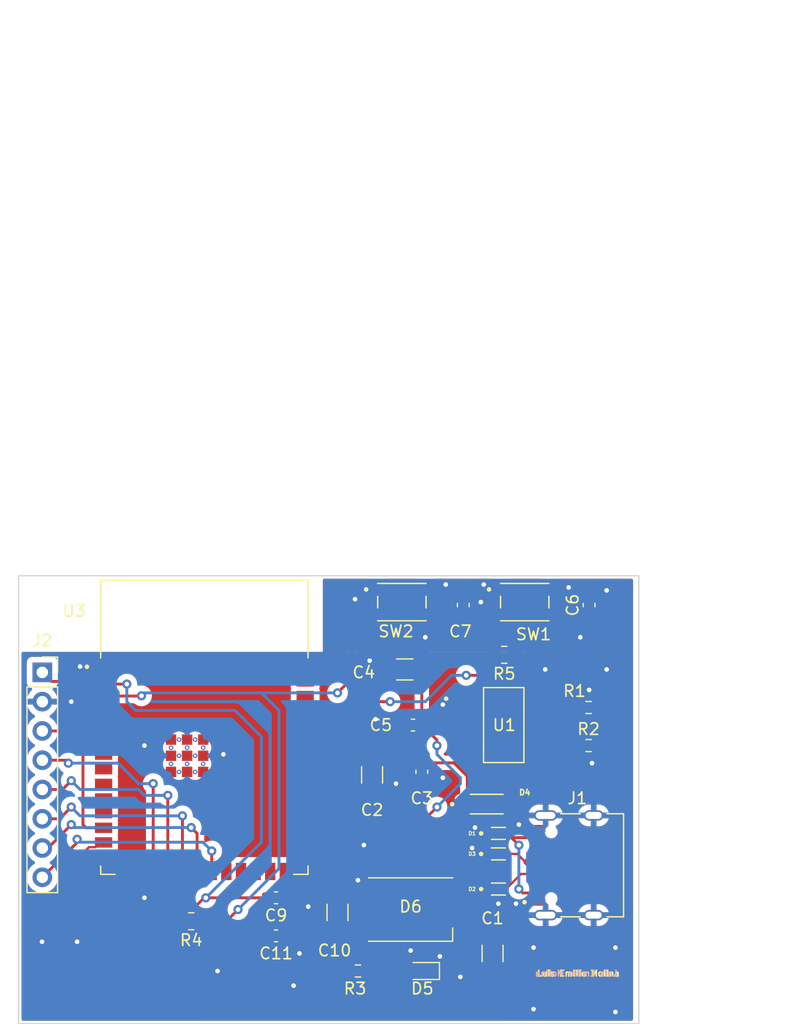
<source format=kicad_pcb>
(kicad_pcb (version 20221018) (generator pcbnew)
  (layers (0 "F.Cu" signal) (31 "B.Cu" signal) (34 "B.Paste" user) (35 "F.Paste" user) (36 "B.SilkS" user "B.Silkscreen") (37 "F.SilkS" user "F.Silkscreen") (38 "B.Mask" user) (39 "F.Mask" user) (44 "Edge.Cuts" user))
  (net 0 "")
  (net 1 "VCC_5V")
  (net 2 "GND")
  (net 3 "ESP_3V3")
  (net 4 "GPIO0")
  (net 5 "CHIP_PU")
  (net 6 "Net-(D1-Pad2)")
  (net 7 "D-")
  (net 8 "D+")
  (net 9 "Net-(D5-A)")
  (net 10 "RGB")
  (net 12 "Net-(J1-CC1)")
  (net 15 "Net-(J1-CC2)")
  (net 16 "DIN")
  (net 17 "CLK")
  (net 18 "CS")
  (net 19 "DC")
  (net 20 "RST")
  (net 21 "BL")
  (footprint "librerias kicad:XCVR_ESP32-S3-WROOM-1-N16R2" (layer "F.Cu") (at 104.267 53.286)
    (fp_text reference "U3" (at -11.303 -10.106) (layer "F.SilkS"))
    (fp_text value "ESP32-S3-WROOM-1-N16R2")
    (pad "1" smd rect (at -8.75 -5.26) (size 1.5 0.9) (layers "F.Cu" "F.Paste" "F.Mask") (net 2 "GND"))
    (pad "2" smd rect (at -8.75 -3.99) (size 1.5 0.9) (layers "F.Cu" "F.Paste" "F.Mask") (net 3 "ESP_3V3"))
    (pad "3" smd rect (at -8.75 -2.72) (size 1.5 0.9) (layers "F.Cu" "F.Paste" "F.Mask") (net 5 "CHIP_PU"))
    (pad "4" smd rect (at -8.75 -1.45) (size 1.5 0.9) (layers "F.Cu" "F.Paste" "F.Mask"))
    (pad "5" smd rect (at -8.75 -0.18) (size 1.5 0.9) (layers "F.Cu" "F.Paste" "F.Mask"))
    (pad "6" smd rect (at -8.75 1.09) (size 1.5 0.9) (layers "F.Cu" "F.Paste" "F.Mask"))
    (pad "7" smd rect (at -8.75 2.36) (size 1.5 0.9) (layers "F.Cu" "F.Paste" "F.Mask"))
    (pad "8" smd rect (at -8.75 3.63) (size 1.5 0.9) (layers "F.Cu" "F.Paste" "F.Mask"))
    (pad "9" smd rect (at -8.75 4.9) (size 1.5 0.9) (layers "F.Cu" "F.Paste" "F.Mask"))
    (pad "10" smd rect (at -8.75 6.17) (size 1.5 0.9) (layers "F.Cu" "F.Paste" "F.Mask"))
    (pad "11" smd rect (at -8.75 7.44) (size 1.5 0.9) (layers "F.Cu" "F.Paste" "F.Mask"))
    (pad "12" smd rect (at -8.75 8.71) (size 1.5 0.9) (layers "F.Cu" "F.Paste" "F.Mask") (net 16 "DIN"))
    (pad "13" smd rect (at -8.75 9.98) (size 1.5 0.9) (layers "F.Cu" "F.Paste" "F.Mask") (net 7 "D-"))
    (pad "14" smd rect (at -8.75 11.25) (size 1.5 0.9) (layers "F.Cu" "F.Paste" "F.Mask") (net 8 "D+"))
    (pad "15" smd rect (at -6.985 12.5) (size 0.9 1.5) (layers "F.Cu" "F.Paste" "F.Mask"))
    (pad "16" smd rect (at -5.715 12.5) (size 0.9 1.5) (layers "F.Cu" "F.Paste" "F.Mask"))
    (pad "17" smd rect (at -4.445 12.5) (size 0.9 1.5) (layers "F.Cu" "F.Paste" "F.Mask") (net 17 "CLK"))
    (pad "18" smd rect (at -3.175 12.5) (size 0.9 1.5) (layers "F.Cu" "F.Paste" "F.Mask") (net 18 "CS"))
    (pad "19" smd rect (at -1.905 12.5) (size 0.9 1.5) (layers "F.Cu" "F.Paste" "F.Mask") (net 19 "DC"))
    (pad "20" smd rect (at -0.635 12.5) (size 0.9 1.5) (layers "F.Cu" "F.Paste" "F.Mask") (net 20 "RST"))
    (pad "21" smd rect (at 0.635 12.5) (size 0.9 1.5) (layers "F.Cu" "F.Paste" "F.Mask") (net 21 "BL"))
    (pad "22" smd rect (at 1.905 12.5) (size 0.9 1.5) (layers "F.Cu" "F.Paste" "F.Mask"))
    (pad "23" smd rect (at 3.175 12.5) (size 0.9 1.5) (layers "F.Cu" "F.Paste" "F.Mask"))
    (pad "24" smd rect (at 4.445 12.5) (size 0.9 1.5) (layers "F.Cu" "F.Paste" "F.Mask"))
    (pad "25" smd rect (at 5.715 12.5) (size 0.9 1.5) (layers "F.Cu" "F.Paste" "F.Mask"))
    (pad "26" smd rect (at 6.985 12.5) (size 0.9 1.5) (layers "F.Cu" "F.Paste" "F.Mask"))
    (pad "27" smd rect (at 8.75 11.25) (size 1.5 0.9) (layers "F.Cu" "F.Paste" "F.Mask") (net 4 "GPIO0"))
    (pad "28" smd rect (at 8.75 9.98) (size 1.5 0.9) (layers "F.Cu" "F.Paste" "F.Mask"))
    (pad "29" smd rect (at 8.75 8.71) (size 1.5 0.9) (layers "F.Cu" "F.Paste" "F.Mask"))
    (pad "30" smd rect (at 8.75 7.44) (size 1.5 0.9) (layers "F.Cu" "F.Paste" "F.Mask"))
    (pad "31" smd rect (at 8.75 6.17) (size 1.5 0.9) (layers "F.Cu" "F.Paste" "F.Mask"))
    (pad "32" smd rect (at 8.75 4.9) (size 1.5 0.9) (layers "F.Cu" "F.Paste" "F.Mask"))
    (pad "33" smd rect (at 8.75 3.63) (size 1.5 0.9) (layers "F.Cu" "F.Paste" "F.Mask"))
    (pad "34" smd rect (at 8.75 2.36) (size 1.5 0.9) (layers "F.Cu" "F.Paste" "F.Mask"))
    (pad "35" smd rect (at 8.75 1.09) (size 1.5 0.9) (layers "F.Cu" "F.Paste" "F.Mask"))
    (pad "36" smd rect (at 8.75 -0.18) (size 1.5 0.9) (layers "F.Cu" "F.Paste" "F.Mask"))
    (pad "37" smd rect (at 8.75 -1.45) (size 1.5 0.9) (layers "F.Cu" "F.Paste" "F.Mask"))
    (pad "38" smd rect (at 8.75 -2.72) (size 1.5 0.9) (layers "F.Cu" "F.Paste" "F.Mask"))
    (pad "39" smd rect (at 8.75 -3.99) (size 1.5 0.9) (layers "F.Cu" "F.Paste" "F.Mask"))
    (pad "40" smd rect (at 8.75 -5.26) (size 1.5 0.9) (layers "F.Cu" "F.Paste" "F.Mask") (net 2 "GND"))
    (pad "41_1" smd rect (at -1.5 2.46) (size 0.9 0.9) (layers "F.Cu" "F.Paste" "F.Mask") (net 2 "GND"))
    (pad "41_2" smd rect (at -2.9 2.46) (size 0.9 0.9) (layers "F.Cu" "F.Paste" "F.Mask") (net 2 "GND"))
    (pad "41_3" smd rect (at -0.1 2.46) (size 0.9 0.9) (layers "F.Cu" "F.Paste" "F.Mask") (net 2 "GND"))
    (pad "41_4" smd rect (at -2.9 3.86) (size 0.9 0.9) (layers "F.Cu" "F.Paste" "F.Mask") (net 2 "GND"))
    (pad "41_5" smd rect (at -1.5 3.86) (size 0.9 0.9) (layers "F.Cu" "F.Paste" "F.Mask") (net 2 "GND"))
    (pad "41_6" smd rect (at -0.1 3.86) (size 0.9 0.9) (layers "F.Cu" "F.Paste" "F.Mask") (net 2 "GND"))
    (pad "41_7" smd rect (at -2.9 1.06) (size 0.9 0.9) (layers "F.Cu" "F.Paste" "F.Mask") (net 2 "GND"))
    (pad "41_8" smd rect (at -1.5 1.06) (size 0.9 0.9) (layers "F.Cu" "F.Paste" "F.Mask") (net 2 "GND"))
    (pad "41_9" smd rect (at -0.1 1.06) (size 0.9 0.9) (layers "F.Cu" "F.Paste" "F.Mask") (net 2 "GND"))
    (pad "41_10" thru_hole circle (at -1.5 1.76) (size 0.4 0.4) (drill 0.2) (layers "*.Cu"))
    (pad "41_11" thru_hole circle (at -2.9 1.76) (size 0.4 0.4) (drill 0.2) (layers "*.Cu"))
    (pad "41_12" thru_hole circle (at -0.1 1.76) (size 0.4 0.4) (drill 0.2) (layers "*.Cu"))
    (pad "41_13" thru_hole circle (at -2.9 3.16) (size 0.4 0.4) (drill 0.2) (layers "*.Cu"))
    (pad "41_14" thru_hole circle (at -1.5 3.16) (size 0.4 0.4) (drill 0.2) (layers "*.Cu"))
    (pad "41_15" thru_hole circle (at -0.1 3.16) (size 0.4 0.4) (drill 0.2) (layers "*.Cu"))
    (pad "41_16" thru_hole circle (at -2.2 1.06) (size 0.4 0.4) (drill 0.2) (layers "*.Cu"))
    (pad "41_17" thru_hole circle (at -0.8 1.06) (size 0.4 0.4) (drill 0.2) (layers "*.Cu"))
    (pad "41_18" thru_hole circle (at -2.2 2.46) (size 0.4 0.4) (drill 0.2) (layers "*.Cu"))
    (pad "41_19" thru_hole circle (at -0.8 2.46) (size 0.4 0.4) (drill 0.2) (layers "*.Cu"))
    (pad "41_20" thru_hole circle (at -2.2 3.86) (size 0.4 0.4) (drill 0.2) (layers "*.Cu"))
    (pad "41_21" thru_hole circle (at -0.8 3.86) (size 0.4 0.4) (drill 0.2) (layers "*.Cu"))
    (zone (net 0) (net_name "") (layer "F.Cu") (connect_pads (clearance 0)) (min_thickness 0.01)
      (keepout (tracks not_allowed) (vias not_allowed) (pads not_allowed) (copperpour not_allowed) (footprints allowed))
      (fill (thermal_gap 0.508) (thermal_bridge_width 0.508))
      (polygon (pts (xy 95.267 40.536) (xy 113.267 40.536) (xy 113.267 46.536) (xy 95.267 46.536)))
    )
    (zone (net 0) (net_name "") (layer "B.Cu") (connect_pads (clearance 0)) (min_thickness 0.01)
      (keepout (tracks not_allowed) (vias not_allowed) (pads not_allowed) (copperpour not_allowed) (footprints allowed))
      (fill (thermal_gap 0.508) (thermal_bridge_width 0.508))
      (polygon (pts (xy 95.267 40.536) (xy 113.267 40.536) (xy 113.267 46.536) (xy 95.267 46.536)))
    )
  )
  (footprint "Capacitor_SMD:C_0603_1608Metric" (layer "F.Cu") (at 110.49 68.072)
    (fp_text reference "C9" (at 0 1.524) (layer "F.SilkS"))
    (fp_text value "0u1F")
    (pad "1" smd roundrect (at -0.775 0) (size 0.9 0.95) (layers "F.Cu" "F.Paste" "F.Mask") (net 3 "ESP_3V3"))
    (pad "2" smd roundrect (at 0.775 0) (size 0.9 0.95) (layers "F.Cu" "F.Paste" "F.Mask") (net 2 "GND"))
  )
  (footprint "Capacitor_SMD:C_0603_1608Metric" (layer "F.Cu") (at 123.1445 57.137 -90)
    (fp_text reference "C3" (at 2.299 0 -180) (layer "F.SilkS"))
    (fp_text value "0u1F")
    (pad "1" smd roundrect (at -0.775 0 270) (size 0.9 0.95) (layers "F.Cu" "F.Paste" "F.Mask") (net 1 "VCC_5V"))
    (pad "2" smd roundrect (at 0.775 0 270) (size 0.9 0.95) (layers "F.Cu" "F.Paste" "F.Mask") (net 2 "GND"))
  )
  (footprint "LED_SMD:LED_0603_1608Metric" (layer "F.Cu") (at 123.19 74.422 180)
    (fp_text reference "D5" (at 0 -1.524) (layer "F.SilkS"))
    (fp_text value "PWRLED")
    (pad "1" smd roundrect (at -0.7875 0 180) (size 0.875 0.95) (layers "F.Cu" "F.Paste" "F.Mask") (net 2 "GND"))
    (pad "2" smd roundrect (at 0.7875 0 180) (size 0.875 0.95) (layers "F.Cu" "F.Paste" "F.Mask") (net 9 "Net-(D5-A)"))
  )
  (footprint "Resistor_SMD:R_0603_1608Metric" (layer "F.Cu") (at 137.6225 51.562)
    (fp_text reference "R1" (at -1.2245 -1.43) (layer "F.SilkS"))
    (fp_text value "5k1")
    (pad "1" smd roundrect (at -0.825 0) (size 0.8 0.95) (layers "F.Cu" "F.Paste" "F.Mask") (net 12 "Net-(J1-CC1)"))
    (pad "2" smd roundrect (at 0.825 0) (size 0.8 0.95) (layers "F.Cu" "F.Paste" "F.Mask") (net 2 "GND"))
  )
  (footprint "Capacitor_SMD:C_0603_1608Metric" (layer "F.Cu") (at 126.746 42.672 90)
    (fp_text reference "C7" (at -2.286 -0.254 180) (layer "F.SilkS"))
    (fp_text value "0u1F")
    (pad "1" smd roundrect (at -0.775 0 90) (size 0.9 0.95) (layers "F.Cu" "F.Paste" "F.Mask") (net 5 "CHIP_PU"))
    (pad "2" smd roundrect (at 0.775 0 90) (size 0.9 0.95) (layers "F.Cu" "F.Paste" "F.Mask") (net 2 "GND"))
  )
  (footprint "Resistor_SMD:R_0805_2012Metric" (layer "F.Cu") (at 130.302 46.99 180)
    (fp_text reference "R5" (at 0 -1.65) (layer "F.SilkS"))
    (fp_text value "10k")
    (pad "1" smd roundrect (at -0.9125 0 180) (size 1.025 1.4) (layers "F.Cu" "F.Paste" "F.Mask") (roundrect_rratio 0.243902439) (net 4 "GPIO0"))
    (pad "2" smd roundrect (at 0.9125 0 180) (size 1.025 1.4) (layers "F.Cu" "F.Paste" "F.Mask") (roundrect_rratio 0.243902439) (net 3 "ESP_3V3"))
  )
  (footprint "Capacitor_SMD:C_0603_1608Metric" (layer "F.Cu") (at 137.668 42.672 90)
    (fp_text reference "C6" (at 0 -1.43 90) (layer "F.SilkS"))
    (fp_text value "0u1F")
    (pad "1" smd roundrect (at -0.775 0 90) (size 0.9 0.95) (layers "F.Cu" "F.Paste" "F.Mask") (net 4 "GPIO0"))
    (pad "2" smd roundrect (at 0.775 0 90) (size 0.9 0.95) (layers "F.Cu" "F.Paste" "F.Mask") (net 2 "GND"))
  )
  (footprint "librerias kicad:HRO_TYPE-C-31-M-12" (layer "F.Cu") (at 138.0605 65.25 90)
    (fp_text reference "J1" (at 5.814 -1.4085 180) (layer "F.SilkS"))
    (fp_text value "TYPE-C-31-M-12")
    (pad "" np_thru_hole circle (at -2.89 -3.68 90) (size 0.6 0.6) (drill 0.6) (layers "*.Cu" "*.Mask"))
    (pad "" np_thru_hole circle (at 2.89 -3.68 90) (size 0.6 0.6) (drill 0.6) (layers "*.Cu" "*.Mask"))
    (pad "A1_B12" smd rect (at -3.2 -4.75 90) (size 0.6 1.14) (layers "F.Cu" "F.Paste") (net 2 "GND"))
    (pad "A4_B9" smd rect (at -2.4 -4.75 90) (size 0.6 1.14) (layers "F.Cu" "F.Paste") (net 6 "Net-(D1-Pad2)"))
    (pad "A5" smd rect (at -1.25 -4.75 90) (size 0.3 1.14) (layers "F.Cu" "F.Paste") (net 12 "Net-(J1-CC1)"))
    (pad "A6" smd rect (at -0.25 -4.75 90) (size 0.3 1.14) (layers "F.Cu" "F.Paste") (net 8 "D+"))
    (pad "A7" smd rect (at 0.25 -4.75 90) (size 0.3 1.14) (layers "F.Cu" "F.Paste") (net 7 "D-"))
    (pad "A8" smd rect (at 1.25 -4.75 90) (size 0.3 1.14) (layers "F.Cu" "F.Paste"))
    (pad "B1_A12" smd rect (at 3.2 -4.75 90) (size 0.6 1.14) (layers "F.Cu" "F.Paste") (net 2 "GND"))
    (pad "B4_A9" smd rect (at 2.4 -4.75 90) (size 0.6 1.14) (layers "F.Cu" "F.Paste") (net 6 "Net-(D1-Pad2)"))
    (pad "B5" smd rect (at 1.75 -4.75 90) (size 0.3 1.14) (layers "F.Cu" "F.Paste") (net 15 "Net-(J1-CC2)"))
    (pad "B6" smd rect (at 0.75 -4.75 90) (size 0.3 1.14) (layers "F.Cu" "F.Paste") (net 8 "D+"))
    (pad "B7" smd rect (at -0.75 -4.75 90) (size 0.3 1.14) (layers "F.Cu" "F.Paste") (net 7 "D-"))
    (pad "B8" smd rect (at -1.75 -4.75 90) (size 0.3 1.14) (layers "F.Cu" "F.Paste"))
    (pad "S1" thru_hole oval (at -4.325 -4.17 90) (size 0.9 2) (drill oval 0.6 1.7) (layers "*.Cu" "*.Mask") (net 2 "GND"))
    (pad "S2" thru_hole oval (at 4.325 -4.17 90) (size 0.9 2) (drill oval 0.6 1.7) (layers "*.Cu" "*.Mask") (net 2 "GND"))
    (pad "S3" thru_hole oval (at -4.325 0 90) (size 0.9 1.7) (drill oval 0.6 1.4) (layers "*.Cu" "*.Mask") (net 2 "GND"))
    (pad "S4" thru_hole oval (at 4.325 0 90) (size 0.9 1.7) (drill oval 0.6 1.4) (layers "*.Cu" "*.Mask") (net 2 "GND"))
  )
  (footprint "Capacitor_SMD:C_1206_3216Metric" (layer "F.Cu") (at 115.824 69.342 90)
    (fp_text reference "C10" (at -3.302 -0.254) (layer "F.SilkS"))
    (fp_text value "10uF")
    (pad "1" smd roundrect (at -1.475 0 90) (size 1.15 1.8) (layers "F.Cu" "F.Paste" "F.Mask") (roundrect_rratio 0.2173913043) (net 3 "ESP_3V3"))
    (pad "2" smd roundrect (at 1.475 0 90) (size 1.15 1.8) (layers "F.Cu" "F.Paste" "F.Mask") (roundrect_rratio 0.2173913043) (net 2 "GND"))
  )
  (footprint "Capacitor_SMD:C_0603_1608Metric" (layer "F.Cu") (at 122.3825 53.086 180)
    (fp_text reference "C5" (at 2.794 0) (layer "F.SilkS"))
    (fp_text value "0u1F")
    (pad "1" smd roundrect (at -0.775 0 180) (size 0.9 0.95) (layers "F.Cu" "F.Paste" "F.Mask") (net 3 "ESP_3V3"))
    (pad "2" smd roundrect (at 0.775 0 180) (size 0.9 0.95) (layers "F.Cu" "F.Paste" "F.Mask") (net 2 "GND"))
  )
  (footprint "librerias kicad:SW_PTS810_SJM_250_SMTR_LFS" (layer "F.Cu") (at 121.412 42.418)
    (fp_text reference "SW2" (at -0.508 2.54) (layer "F.SilkS"))
    (fp_text value "PTS810_SJM_250_SMTR_LFS")
    (pad "1" smd rect (at -2.075 -1.075) (size 1.05 0.65) (layers "F.Cu" "F.Paste" "F.Mask") (net 2 "GND"))
    (pad "2" smd rect (at 2.075 -1.075) (size 1.05 0.65) (layers "F.Cu" "F.Paste" "F.Mask") (net 2 "GND"))
    (pad "3" smd rect (at -2.075 1.075) (size 1.05 0.65) (layers "F.Cu" "F.Paste" "F.Mask") (net 5 "CHIP_PU"))
    (pad "4" smd rect (at 2.075 1.075) (size 1.05 0.65) (layers "F.Cu" "F.Paste" "F.Mask") (net 5 "CHIP_PU"))
  )
  (footprint "Capacitor_SMD:C_1206_3216Metric" (layer "F.Cu") (at 129.286 72.898 -90)
    (fp_text reference "C1" (at -3.048 0 -180) (layer "F.SilkS"))
    (fp_text value "10uF")
    (pad "1" smd roundrect (at -1.475 0 270) (size 1.15 1.8) (layers "F.Cu" "F.Paste" "F.Mask") (roundrect_rratio 0.2173913043) (net 1 "VCC_5V"))
    (pad "2" smd roundrect (at 1.475 0 270) (size 1.15 1.8) (layers "F.Cu" "F.Paste" "F.Mask") (roundrect_rratio 0.2173913043) (net 2 "GND"))
  )
  (footprint "librerias kicad:SOT229P700X180-4N" (layer "F.Cu") (at 130.2565 53.086)
    (fp_text reference "U1" (at 0.0455 0) (layer "F.SilkS"))
    (fp_text value "AMS1117-3.3")
    (pad "1" smd roundrect (at -3.345 -2.29) (size 1.31 0.93) (layers "F.Cu" "F.Paste" "F.Mask") (roundrect_rratio 0.075) (net 2 "GND"))
    (pad "2" smd roundrect (at -3.345 0) (size 1.31 0.93) (layers "F.Cu" "F.Paste" "F.Mask") (roundrect_rratio 0.075) (net 3 "ESP_3V3"))
    (pad "3" smd roundrect (at -3.345 2.29) (size 1.31 0.93) (layers "F.Cu" "F.Paste" "F.Mask") (roundrect_rratio 0.075) (net 1 "VCC_5V"))
    (pad "4" smd roundrect (at 3.345 0) (size 1.31 3.24) (layers "F.Cu" "F.Paste" "F.Mask") (roundrect_rratio 0.075))
  )
  (footprint "LED_SMD:LED_SK6812_PLCC4_5.0x5.0mm_P3.2mm" (layer "F.Cu") (at 122.174 69.088)
    (fp_text reference "D6" (at 0 -0.254) (layer "F.SilkS"))
    (fp_text value "SK6812")
    (pad "1" smd rect (at 2.45 1.6) (size 1.5 1) (layers "F.Cu" "F.Paste" "F.Mask") (net 2 "GND"))
    (pad "2" smd rect (at 2.45 -1.6) (size 1.5 1) (layers "F.Cu" "F.Paste" "F.Mask") (net 10 "RGB"))
    (pad "3" smd rect (at -2.45 -1.6) (size 1.5 1) (layers "F.Cu" "F.Paste" "F.Mask") (net 3 "ESP_3V3"))
    (pad "4" smd rect (at -2.45 1.6) (size 1.5 1) (layers "F.Cu" "F.Paste" "F.Mask"))
  )
  (footprint "librerias kicad:SOD3715X145N" (layer "F.Cu") (at 128.778 59.944)
    (fp_text reference "D4" (at 3.302 -1.016) (layer "F.SilkS") (effects (font (size 0.4808 0.4808))))
    (fp_text value "1N5819HW-7-F")
    (pad "A" smd rect (at 1.68 0) (size 1.21 0.73) (layers "F.Cu" "F.Paste" "F.Mask") (net 6 "Net-(D1-Pad2)"))
    (pad "C" smd rect (at -1.68 0) (size 1.21 0.73) (layers "F.Cu" "F.Paste" "F.Mask") (net 1 "VCC_5V"))
  )
  (footprint "Capacitor_SMD:C_1206_3216Metric" (layer "F.Cu") (at 118.8265 57.404 -90)
    (fp_text reference "C2" (at 3.048 0) (layer "F.SilkS"))
    (fp_text value "10uF")
    (pad "1" smd roundrect (at -1.475 0 270) (size 1.15 1.8) (layers "F.Cu" "F.Paste" "F.Mask") (roundrect_rratio 0.2173913043) (net 1 "VCC_5V"))
    (pad "2" smd roundrect (at 1.475 0 270) (size 1.15 1.8) (layers "F.Cu" "F.Paste" "F.Mask") (roundrect_rratio 0.2173913043) (net 2 "GND"))
  )
  (footprint "Connector_PinSocket_2.54mm:PinSocket_1x08_P2.54mm_Vertical" (layer "F.Cu") (at 90.195 48.514)
    (fp_text reference "J2" (at 0 -2.77) (layer "F.SilkS"))
    (fp_text value "TFTLCDS2")
    (pad "1" thru_hole rect (at 0 0) (size 1.7 1.7) (drill 1) (layers "*.Cu" "*.Mask") (net 3 "ESP_3V3"))
    (pad "2" thru_hole oval (at 0 2.54) (size 1.7 1.7) (drill 1) (layers "*.Cu" "*.Mask") (net 2 "GND"))
    (pad "3" thru_hole oval (at 0 5.08) (size 1.7 1.7) (drill 1) (layers "*.Cu" "*.Mask") (net 16 "DIN"))
    (pad "4" thru_hole oval (at 0 7.62) (size 1.7 1.7) (drill 1) (layers "*.Cu" "*.Mask") (net 17 "CLK"))
    (pad "5" thru_hole oval (at 0 10.16) (size 1.7 1.7) (drill 1) (layers "*.Cu" "*.Mask") (net 18 "CS"))
    (pad "6" thru_hole oval (at 0 12.7) (size 1.7 1.7) (drill 1) (layers "*.Cu" "*.Mask") (net 19 "DC"))
    (pad "7" thru_hole oval (at 0 15.24) (size 1.7 1.7) (drill 1) (layers "*.Cu" "*.Mask") (net 20 "RST"))
    (pad "8" thru_hole oval (at 0 17.78) (size 1.7 1.7) (drill 1) (layers "*.Cu" "*.Mask") (net 21 "BL"))
  )
  (footprint "librerias kicad:SW_PTS810_SJM_250_SMTR_LFS" (layer "F.Cu") (at 132.08 42.418)
    (fp_text reference "SW1" (at 0.762 2.794) (layer "F.SilkS"))
    (fp_text value "PTS810_SJM_250_SMTR_LFS")
    (pad "1" smd rect (at -2.075 -1.075) (size 1.05 0.65) (layers "F.Cu" "F.Paste" "F.Mask") (net 2 "GND"))
    (pad "2" smd rect (at 2.075 -1.075) (size 1.05 0.65) (layers "F.Cu" "F.Paste" "F.Mask") (net 2 "GND"))
    (pad "3" smd rect (at -2.075 1.075) (size 1.05 0.65) (layers "F.Cu" "F.Paste" "F.Mask") (net 4 "GPIO0"))
    (pad "4" smd rect (at 2.075 1.075) (size 1.05 0.65) (layers "F.Cu" "F.Paste" "F.Mask") (net 4 "GPIO0"))
  )
  (footprint "Capacitor_SMD:C_1206_3216Metric" (layer "F.Cu") (at 121.666 48.26 180)
    (fp_text reference "C4" (at 3.556 -0.254 180) (layer "F.SilkS"))
    (fp_text value "10uF")
    (pad "1" smd roundrect (at -1.475 0 180) (size 1.15 1.8) (layers "F.Cu" "F.Paste" "F.Mask") (roundrect_rratio 0.2173913043) (net 3 "ESP_3V3"))
    (pad "2" smd roundrect (at 1.475 0 180) (size 1.15 1.8) (layers "F.Cu" "F.Paste" "F.Mask") (roundrect_rratio 0.2173913043) (net 2 "GND"))
  )
  (footprint "Capacitor_SMD:C_0603_1608Metric" (layer "F.Cu") (at 110.49 71.374)
    (fp_text reference "C11" (at 0 1.524) (layer "F.SilkS"))
    (fp_text value "1uF")
    (pad "1" smd roundrect (at -0.775 0) (size 0.9 0.95) (layers "F.Cu" "F.Paste" "F.Mask") (net 5 "CHIP_PU"))
    (pad "2" smd roundrect (at 0.775 0) (size 0.9 0.95) (layers "F.Cu" "F.Paste" "F.Mask") (net 2 "GND"))
  )
  (footprint "librerias kicad:TVS_LESD5D5.0CT1G" (layer "F.Cu") (at 129.794 62.484)
    (fp_text reference "D1" (at -2.286 0) (layer "F.SilkS") (effects (font (size 0.32 0.32))))
    (fp_text value "LESD5D5.0CT1G")
    (pad "1" smd rect (at -0.66 0) (size 0.48 0.4) (layers "F.Cu" "F.Paste" "F.Mask") (net 2 "GND"))
    (pad "2" smd rect (at 0.66 0) (size 0.48 0.4) (layers "F.Cu" "F.Paste" "F.Mask") (net 6 "Net-(D1-Pad2)"))
  )
  (footprint "librerias kicad:TVS_LESD5D5.0CT1G" (layer "F.Cu") (at 129.794 64.262)
    (fp_text reference "D3" (at -2.286 0) (layer "F.SilkS") (effects (font (size 0.32 0.32))))
    (fp_text value "LESD5D5.0CT1G")
    (pad "1" smd rect (at -0.66 0) (size 0.48 0.4) (layers "F.Cu" "F.Paste" "F.Mask") (net 2 "GND"))
    (pad "2" smd rect (at 0.66 0) (size 0.48 0.4) (layers "F.Cu" "F.Paste" "F.Mask") (net 8 "D+"))
  )
  (footprint "librerias kicad:TVS_LESD5D5.0CT1G" (layer "F.Cu") (at 129.794 67.31)
    (fp_text reference "D2" (at -2.286 0) (layer "F.SilkS") (effects (font (size 0.32 0.32) (thickness 0.08))))
    (fp_text value "LESD5D5.0CT1G")
    (pad "1" smd rect (at -0.66 0) (size 0.48 0.4) (layers "F.Cu" "F.Paste" "F.Mask") (net 2 "GND"))
    (pad "2" smd rect (at 0.66 0) (size 0.48 0.4) (layers "F.Cu" "F.Paste" "F.Mask") (net 7 "D-"))
  )
  (footprint "Resistor_SMD:R_0805_2012Metric" (layer "F.Cu") (at 103.124 70.104 180)
    (fp_text reference "R4" (at 0 -1.65) (layer "F.SilkS"))
    (fp_text value "10k")
    (pad "1" smd roundrect (at -0.9125 0 180) (size 1.025 1.4) (layers "F.Cu" "F.Paste" "F.Mask") (roundrect_rratio 0.243902439) (net 5 "CHIP_PU"))
    (pad "2" smd roundrect (at 0.9125 0 180) (size 1.025 1.4) (layers "F.Cu" "F.Paste" "F.Mask") (roundrect_rratio 0.243902439) (net 3 "ESP_3V3"))
  )
  (footprint "Resistor_SMD:R_0603_1608Metric" (layer "F.Cu") (at 117.602 74.422)
    (fp_text reference "R3" (at -0.254 1.524) (layer "F.SilkS"))
    (fp_text value "75")
    (pad "1" smd roundrect (at -0.825 0) (size 0.8 0.95) (layers "F.Cu" "F.Paste" "F.Mask") (net 3 "ESP_3V3"))
    (pad "2" smd roundrect (at 0.825 0) (size 0.8 0.95) (layers "F.Cu" "F.Paste" "F.Mask") (net 9 "Net-(D5-A)"))
  )
  (footprint "Resistor_SMD:R_0603_1608Metric" (layer "F.Cu") (at 137.6225 54.864)
    (fp_text reference "R2" (at 0 -1.43) (layer "F.SilkS"))
    (fp_text value "5k1")
    (pad "1" smd roundrect (at -0.825 0) (size 0.8 0.95) (layers "F.Cu" "F.Paste" "F.Mask") (net 15 "Net-(J1-CC2)"))
    (pad "2" smd roundrect (at 0.825 0) (size 0.8 0.95) (layers "F.Cu" "F.Paste" "F.Mask") (net 2 "GND"))
  )
  (gr_line (start 141.986 40.132) (end 141.986 78.994) (stroke (width 0.1)) (layer "Edge.Cuts"))
  (gr_line (start 88.138 40.132) (end 141.986 40.132) (stroke (width 0.1)) (layer "Edge.Cuts"))
  (gr_line (start 88.138 78.994) (end 88.138 40.132) (stroke (width 0.1)) (layer "Edge.Cuts"))
  (gr_line (start 141.986 78.994) (end 88.138 78.994) (stroke (width 0.1)) (layer "Edge.Cuts"))
  (gr_text "Luis Emilio Molina" (at 140.208 74.93) (layer "B.SilkS") (effects (font (size 0.5094 0.5094) (thickness 0.12735) bold) (justify left bottom mirror)))
  (gr_text "Luis Emilio Molina" (at 133.096 74.93) (layer "F.SilkS") (effects (font (size 0.5094 0.5094) (thickness 0.12735) bold) (justify left bottom)))
  (segment (start 122.7115 55.929) (end 123.1445 56.362) (width 0.25) (layer "F.Cu") (net 1))
  (segment (start 118.8265 55.929) (end 122.7115 55.929) (width 0.25) (layer "F.Cu") (net 1))
  (segment (start 125.995993 69.032993) (end 125.995993 61.046007) (width 0.25) (layer "F.Cu") (net 1))
  (segment (start 123.1445 56.362) (end 125.9255 56.362) (width 0.25) (layer "F.Cu") (net 1))
  (segment (start 128.386 71.423) (end 125.995993 69.032993) (width 0.25) (layer "F.Cu") (net 1))
  (segment (start 127.098 57.5345) (end 125.9255 56.362) (width 0.25) (layer "F.Cu") (net 1))
  (segment (start 127.098 59.944) (end 127.098 57.5345) (width 0.25) (layer "F.Cu") (net 1))
  (segment (start 129.286 71.423) (end 128.386 71.423) (width 0.25) (layer "F.Cu") (net 1))
  (segment (start 125.995993 61.046007) (end 127.098 59.944) (width 0.25) (layer "F.Cu") (net 1))
  (segment (start 125.9255 56.362) (end 126.9115 55.376) (width 0.25) (layer "F.Cu") (net 1))
  (segment (start 111.265 71.641) (end 112.522 72.898) (width 0.25) (layer "F.Cu") (net 2))
  (segment (start 138.697 41.897) (end 139.192 41.402) (width 0.25) (layer "F.Cu") (net 2))
  (segment (start 99.942 55.746) (end 99.06 54.864) (width 0.25) (layer "F.Cu") (net 2))
  (segment (start 133.3105 68.45) (end 131.448 68.45) (width 0.25) (layer "F.Cu") (net 2))
  (segment (start 128.524 40.894) (end 128.973 41.343) (width 0.25) (layer "F.Cu") (net 2))
  (segment (start 124.624 70.688) (end 124.13 70.688) (width 0.25) (layer "F.Cu") (net 2))
  (segment (start 124.714 57.912) (end 124.968 57.658) (width 0.25) (layer "F.Cu") (net 2))
  (segment (start 123.487 41.343) (end 124.773 41.343) (width 0.25) (layer "F.Cu") (net 2))
  (segment (start 123.1445 57.912) (end 124.714 57.912) (width 0.25) (layer "F.Cu") (net 2))
  (segment (start 124.773 41.343) (end 125.222 40.894) (width 0.25) (layer "F.Cu") (net 2))
  (segment (start 119.38 48.26) (end 118.618 47.498) (width 0.25) (layer "F.Cu") (net 2))
  (segment (start 131.9 62.05) (end 131.572 61.722) (width 0.25) (layer "F.Cu") (net 2))
  (segment (start 121.6075 53.086) (end 119.634 53.086) (width 0.25) (layer "F.Cu") (net 2))
  (segment (start 95.517 48.026) (end 113.017 48.026) (width 0.25) (layer "F.Cu") (net 2))
  (segment (start 111.265 71.374) (end 111.265 71.641) (width 0.25) (layer "F.Cu") (net 2))
  (segment (start 129.134 67.31) (end 129.134 67.92) (width 0.25) (layer "F.Cu") (net 2))
  (segment (start 119.634 53.086) (end 119.126 52.578) (width 0.25) (layer "F.Cu") (net 2))
  (segment (start 123.9775 73.8885) (end 124.714 73.152) (width 0.25) (layer "F.Cu") (net 2))
  (segment (start 104.167 55.746) (end 105.798 55.746) (width 0.25) (layer "F.Cu") (net 2))
  (segment (start 128.27 62.484) (end 127.762 61.976) (width 0.25) (layer "F.Cu") (net 2))
  (segment (start 138.4475 54.864) (end 138.4475 55.8625) (width 0.25) (layer "F.Cu") (net 2))
  (segment (start 120.191 48.26) (end 119.38 48.26) (width 0.25) (layer "F.Cu") (net 2))
  (segment (start 126.9115 50.796) (end 125.48 50.796) (width 0.25) (layer "F.Cu") (net 2))
  (segment (start 119.337 41.343) (end 118.169 41.343) (width 0.25) (layer "F.Cu") (net 2))
  (segment (start 129.134 64.262) (end 128.016 64.262) (width 0.25) (layer "F.Cu") (net 2))
  (segment (start 137.668 41.897) (end 138.697 41.897) (width 0.25) (layer "F.Cu") (net 2))
  (segment (start 129.286 74.373) (end 127.049 74.373) (width 0.25) (layer "F.Cu") (net 2))
  (segment (start 137.668 50.038) (end 138.4475 50.8175) (width 0.25) (layer "F.Cu") (net 2))
  (segment (start 127.049 74.373) (end 126.492 74.93) (width 0.25) (layer "F.Cu") (net 2))
  (segment (start 116.283 67.867) (end 117.602 66.548) (width 0.25) (layer "F.Cu") (net 2))
  (segment (start 135.695 41.343) (end 135.89 41.148) (width 0.25) (layer "F.Cu") (net 2))
  (segment (start 111.265 68.072) (end 112.522 68.072) (width 0.25) (layer "F.Cu") (net 2))
  (segment (start 129.134 67.92) (end 129.794 68.58) (width 0.25) (layer "F.Cu") (net 2))
  (segment (start 105.798 55.746) (end 105.918 55.626) (width 0.25) (layer "F.Cu") (net 2))
  (segment (start 101.367 55.746) (end 99.942 55.746) (width 0.25) (layer "F.Cu") (net 2))
  (segment (start 128.016 64.262) (end 127.508 63.754) (width 0.25) (layer "F.Cu") (net 2))
  (segment (start 133.3105 62.05) (end 131.9 62.05) (width 0.25) (layer "F.Cu") (net 2))
  (segment (start 118.169 41.343) (end 117.348 42.164) (width 0.25) (layer "F.Cu") (net 2))
  (segment (start 120.191 58.879) (end 120.904 58.166) (width 0.25) (layer "F.Cu") (net 2))
  (segment (start 112.522 68.072) (end 113.284 68.834) (width 0.25) (layer "F.Cu") (net 2))
  (segment (start 118.8265 58.879) (end 120.191 58.879) (width 0.25) (layer "F.Cu") (net 2))
  (segment (start 128.973 41.343) (end 130.005 41.343) (width 0.25) (layer "F.Cu") (net 2))
  (segment (start 123.9775 74.422) (end 123.9775 73.8885) (width 0.25) (layer "F.Cu") (net 2))
  (segment (start 129.134 62.484) (end 128.27 62.484) (width 0.25) (layer "F.Cu") (net 2))
  (segment (start 134.155 41.343) (end 135.695 41.343) (width 0.25) (layer "F.Cu") (net 2))
  (segment (start 115.824 67.867) (end 116.283 67.867) (width 0.25) (layer "F.Cu") (net 2))
  (segment (start 128.27 42.418) (end 127.749 41.897) (width 0.25) (layer "F.Cu") (net 2))
  (segment (start 95.497 48.006) (end 95.517 48.026) (width 0.25) (layer "F.Cu") (net 2))
  (segment (start 138.4475 50.8175) (end 138.4475 51.562) (width 0.25) (layer "F.Cu") (net 2))
  (segment (start 124.13 70.688) (end 122.174 72.644) (width 0.25) (layer "F.Cu") (net 2))
  (segment (start 125.48 50.796) (end 124.968 51.308) (width 0.25) (layer "F.Cu") (net 2))
  (segment (start 127.749 41.897) (end 126.746 41.897) (width 0.25) (layer "F.Cu") (net 2))
  (segment (start 93.472 48.006) (end 95.497 48.006) (width 0.25) (layer "F.Cu") (net 2))
  (segment (start 90.195 51.054) (end 92.71 51.054) (width 0.25) (layer "F.Cu") (net 2))
  (segment (start 138.4475 55.8625) (end 137.922 56.388) (width 0.25) (layer "F.Cu") (net 2))
  (segment (start 131.448 68.45) (end 131.318 68.58) (width 0.25) (layer "F.Cu") (net 2))
  (via (at 119.126 52.578) (size 0.8) (drill 0.4) (layers "F.Cu" "B.Cu") (net 2))
  (via (at 139.192 48.26) (size 0.8) (drill 0.4) (layers "F.Cu" "B.Cu") (net 2))
  (via (at 129.794 68.58) (size 0.8) (drill 0.4) (layers "F.Cu" "B.Cu") (net 2))
  (via (at 99.06 68.072) (size 0.8) (drill 0.4) (layers "F.Cu" "B.Cu") (net 2))
  (via (at 105.918 55.626) (size 0.8) (drill 0.4) (layers "F.Cu" "B.Cu") (net 2))
  (via (at 132.842 77.724) (size 0.8) (drill 0.4) (layers "F.Cu" "B.Cu") (net 2))
  (via (at 137.668 50.038) (size 0.8) (drill 0.4) (layers "F.Cu" "B.Cu") (net 2))
  (via (at 112.014 75.692) (size 0.8) (drill 0.4) (layers "F.Cu" "B.Cu") (net 2))
  (via (at 133.858 48.26) (size 0.8) (drill 0.4) (layers "F.Cu" "B.Cu") (net 2))
  (via (at 139.192 41.402) (size 0.8) (drill 0.4) (layers "F.Cu" "B.Cu") (net 2))
  (via (at 126.492 74.93) (size 0.8) (drill 0.4) (layers "F.Cu" "B.Cu") (net 2))
  (via (at 136.906 45.466) (size 0.8) (drill 0.4) (layers "F.Cu" "B.Cu") (net 2))
  (via (at 118.11 63.5) (size 0.8) (drill 0.4) (layers "F.Cu" "B.Cu") (net 2))
  (via (at 124.968 57.658) (size 0.8) (drill 0.4) (layers "F.Cu" "B.Cu") (net 2))
  (via (at 125.222 40.894) (size 0.8) (drill 0.4) (layers "F.Cu" "B.Cu") (net 2))
  (via (at 124.968 51.308) (size 0.8) (drill 0.4) (layers "F.Cu" "B.Cu") (net 2))
  (via (at 127.508 63.754) (size 0.8) (drill 0.4) (layers "F.Cu" "B.Cu") (net 2))
  (via (at 113.284 68.834) (size 0.8) (drill 0.4) (layers "F.Cu" "B.Cu") (net 2))
  (via (at 128.524 40.894) (size 0.8) (drill 0.4) (layers "F.Cu" "B.Cu") (net 2))
  (via (at 112.522 72.898) (size 0.8) (drill 0.4) (layers "F.Cu" "B.Cu") (net 2))
  (via (at 139.954 77.978) (size 0.8) (drill 0.4) (layers "F.Cu" "B.Cu") (net 2))
  (via (at 127.762 61.976) (size 0.8) (drill 0.4) (layers "F.Cu" "B.Cu") (net 2))
  (via (at 120.904 58.166) (size 0.8) (drill 0.4) (layers "F.Cu" "B.Cu") (net 2))
  (via (at 105.41 74.422) (size 0.8) (drill 0.4) (layers "F.Cu" "B.Cu") (net 2))
  (via (at 131.318 68.58) (size 0.8) (drill 0.4) (layers "F.Cu" "B.Cu") (net 2))
  (via (at 139.954 72.39) (size 0.8) (drill 0.4) (layers "F.Cu" "B.Cu") (net 2))
  (via (at 132.842 72.39) (size 0.8) (drill 0.4) (layers "F.Cu" "B.Cu") (net 2))
  (via (at 117.348 42.164) (size 0.8) (drill 0.4) (layers "F.Cu" "B.Cu") (net 2))
  (via (at 135.89 41.148) (size 0.8) (drill 0.4) (layers "F.Cu" "B.Cu") (net 2))
  (via (at 128.27 42.418) (size 0.8) (drill 0.4) (layers "F.Cu" "B.Cu") (net 2))
  (via (at 93.218 71.882) (size 0.8) (drill 0.4) (layers "F.Cu" "B.Cu") (net 2))
  (via (at 124.714 73.152) (size 0.8) (drill 0.4) (layers "F.Cu" "B.Cu") (net 2))
  (via (at 99.06 54.864) (size 0.8) (drill 0.4) (layers "F.Cu" "B.Cu") (net 2))
  (via (at 90.17 71.882) (size 0.8) (drill 0.4) (layers "F.Cu" "B.Cu") (net 2))
  (via (at 117.602 66.548) (size 0.8) (drill 0.4) (layers "F.Cu" "B.Cu") (net 2))
  (via (at 118.618 47.498) (size 0.8) (drill 0.4) (layers "F.Cu" "B.Cu") (net 2))
  (via (at 123.444 45.466) (size 0.8) (drill 0.4) (layers "F.Cu" "B.Cu") (net 2))
  (via (at 131.572 61.722) (size 0.8) (drill 0.4) (layers "F.Cu" "B.Cu") (net 2))
  (via (at 92.71 51.054) (size 0.8) (drill 0.4) (layers "F.Cu" "B.Cu") (net 2))
  (via (at 137.922 56.388) (size 0.8) (drill 0.4) (layers "F.Cu" "B.Cu") (net 2))
  (via (at 122.174 72.644) (size 0.8) (drill 0.4) (layers "F.Cu" "B.Cu") (net 2))
  (via (at 93.472 48.006) (size 0.8) (drill 0.4) (layers "F.Cu" "B.Cu") (net 2))
  (segment (start 92.71 51.054) (end 93.472 50.292) (width 0.25) (layer "B.Cu") (net 2))
  (segment (start 93.472 50.292) (end 93.472 48.006) (width 0.25) (layer "B.Cu") (net 2))
  (segment (start 97.536 49.53) (end 95.751 49.53) (width 0.25) (layer "F.Cu") (net 3))
  (segment (start 119.724 64.934) (end 124.46 60.198) (width 0.25) (layer "F.Cu") (net 3))
  (segment (start 129.3895 46.99) (end 124.411 46.99) (width 0.25) (layer "F.Cu") (net 3))
  (segment (start 112.46 70.817) (end 109.715 68.072) (width 0.25) (layer "F.Cu") (net 3))
  (segment (start 115.824 70.817) (end 112.46 70.817) (width 0.25) (layer "F.Cu") (net 3))
  (segment (start 126.9115 53.086) (end 123.1575 53.086) (width 0.25) (layer "F.Cu") (net 3))
  (segment (start 116.777 74.422) (end 116.777 71.77) (width 0.25) (layer "F.Cu") (net 3))
  (segment (start 102.2115 70.104) (end 104.2435 68.072) (width 0.25) (layer "F.Cu") (net 3))
  (segment (start 95.751 49.53) (end 95.517 49.296) (width 0.25) (layer "F.Cu") (net 3))
  (segment (start 119.724 67.488) (end 119.724 64.934) (width 0.25) (layer "F.Cu") (net 3))
  (segment (start 123.141 48.26) (end 123.141 53.0695) (width 0.25) (layer "F.Cu") (net 3))
  (segment (start 90.977 49.296) (end 95.517 49.296) (width 0.25) (layer "F.Cu") (net 3))
  (segment (start 115.824 70.817) (end 119.153 67.488) (width 0.25) (layer "F.Cu") (net 3))
  (segment (start 90.195 48.514) (end 90.977 49.296) (width 0.25) (layer "F.Cu") (net 3))
  (segment (start 124.46 54.864) (end 124.46 54.3885) (width 0.25) (layer "F.Cu") (net 3))
  (segment (start 124.46 54.3885) (end 123.1575 53.086) (width 0.25) (layer "F.Cu") (net 3))
  (segment (start 123.141 53.0695) (end 123.1575 53.086) (width 0.25) (layer "F.Cu") (net 3))
  (segment (start 119.153 67.488) (end 119.724 67.488) (width 0.25) (layer "F.Cu") (net 3))
  (segment (start 124.411 46.99) (end 123.141 48.26) (width 0.25) (layer "F.Cu") (net 3))
  (segment (start 116.777 71.77) (end 115.824 70.817) (width 0.25) (layer "F.Cu") (net 3))
  (segment (start 104.2435 68.072) (end 109.715 68.072) (width 0.25) (layer "F.Cu") (net 3))
  (via (at 104.394 68.072) (size 0.8) (drill 0.4) (layers "F.Cu" "B.Cu") (net 3))
  (via (at 124.46 60.198) (size 0.8) (drill 0.4) (layers "F.Cu" "B.Cu") (net 3))
  (via (at 97.536 49.53) (size 0.8) (drill 0.4) (layers "F.Cu" "B.Cu") (net 3))
  (via (at 124.46 54.864) (size 0.8) (drill 0.4) (layers "F.Cu" "B.Cu") (net 3))
  (segment (start 97.536 51.054) (end 97.536 49.53) (width 0.25) (layer "B.Cu") (net 3))
  (segment (start 106.934 51.816) (end 98.298 51.816) (width 0.25) (layer "B.Cu") (net 3))
  (segment (start 98.298 51.816) (end 97.536 51.054) (width 0.25) (layer "B.Cu") (net 3))
  (segment (start 126.492 58.166) (end 126.492 57.658) (width 0.25) (layer "B.Cu") (net 3))
  (segment (start 109.22 54.102) (end 106.934 51.816) (width 0.25) (layer "B.Cu") (net 3))
  (segment (start 124.46 55.626) (end 124.46 54.864) (width 0.25) (layer "B.Cu") (net 3))
  (segment (start 104.394 68.072) (end 109.22 63.246) (width 0.25) (layer "B.Cu") (net 3))
  (segment (start 126.492 57.658) (end 124.46 55.626) (width 0.25) (layer "B.Cu") (net 3))
  (segment (start 124.46 60.198) (end 126.492 58.166) (width 0.25) (layer "B.Cu") (net 3))
  (segment (start 109.22 63.246) (end 109.22 54.102) (width 0.25) (layer "B.Cu") (net 3))
  (segment (start 116.332 52.324) (end 117.602 51.054) (width 0.25) (layer "F.Cu") (net 4))
  (segment (start 130.005 43.493) (end 134.155 43.493) (width 0.25) (layer "F.Cu") (net 4))
  (segment (start 129.4365 48.768) (end 131.2145 46.99) (width 0.25) (layer "F.Cu") (net 4))
  (segment (start 113.017 64.536) (end 114.017 64.536) (width 0.25) (layer "F.Cu") (net 4))
  (segment (start 127 48.768) (end 129.4365 48.768) (width 0.25) (layer "F.Cu") (net 4))
  (segment (start 116.332 62.221) (end 116.332 52.324) (width 0.25) (layer "F.Cu") (net 4))
  (segment (start 114.017 64.536) (end 116.332 62.221) (width 0.25) (layer "F.Cu") (net 4))
  (segment (start 134.155 43.493) (end 137.622 43.493) (width 0.25) (layer "F.Cu") (net 4))
  (segment (start 137.622 43.493) (end 137.668 43.447) (width 0.25) (layer "F.Cu") (net 4))
  (segment (start 131.2145 44.7025) (end 130.005 43.493) (width 0.25) (layer "F.Cu") (net 4))
  (segment (start 117.602 51.054) (end 120.396 51.054) (width 0.25) (layer "F.Cu") (net 4))
  (segment (start 131.2145 46.99) (end 131.2145 44.7025) (width 0.25) (layer "F.Cu") (net 4))
  (via (at 120.396 51.054) (size 0.8) (drill 0.4) (layers "F.Cu" "B.Cu") (net 4))
  (via (at 127 48.768) (size 0.8) (drill 0.4) (layers "F.Cu" "B.Cu") (net 4))
  (segment (start 123.444 51.054) (end 125.73 48.768) (width 0.25) (layer "B.Cu") (net 4))
  (segment (start 125.73 48.768) (end 127 48.768) (width 0.25) (layer "B.Cu") (net 4))
  (segment (start 120.396 51.054) (end 123.444 51.054) (width 0.25) (layer "B.Cu") (net 4))
  (segment (start 105.156 71.374) (end 104.0365 70.2545) (width 0.25) (layer "F.Cu") (net 5))
  (segment (start 98.786 50.566) (end 95.517 50.566) (width 0.25) (layer "F.Cu") (net 5))
  (segment (start 98.806 50.546) (end 98.786 50.566) (width 0.25) (layer "F.Cu") (net 5))
  (segment (start 123.487 43.493) (end 126.7 43.493) (width 0.25) (layer "F.Cu") (net 5))
  (segment (start 104.0365 70.2545) (end 104.0365 70.104) (width 0.25) (layer "F.Cu") (net 5))
  (segment (start 119.337 43.493) (end 118.559 43.493) (width 0.25) (layer "F.Cu") (net 5))
  (segment (start 119.337 43.493) (end 123.487 43.493) (width 0.25) (layer "F.Cu") (net 5))
  (segment (start 126.7 43.493) (end 126.746 43.447) (width 0.25) (layer "F.Cu") (net 5))
  (segment (start 104.0365 70.104) (end 106.172 70.104) (width 0.25) (layer "F.Cu") (net 5))
  (segment (start 109.715 71.374) (end 105.156 71.374) (width 0.25) (layer "F.Cu") (net 5))
  (segment (start 118.559 43.493) (end 117.094 44.958) (width 0.25) (layer "F.Cu") (net 5))
  (segment (start 117.094 49.022) (end 115.824 50.292) (width 0.25) (layer "F.Cu") (net 5))
  (segment (start 117.094 44.958) (end 117.094 49.022) (width 0.25) (layer "F.Cu") (net 5))
  (segment (start 106.172 70.104) (end 107.188 69.088) (width 0.25) (layer "F.Cu") (net 5))
  (via (at 98.806 50.546) (size 0.8) (drill 0.4) (layers "F.Cu" "B.Cu") (net 5))
  (via (at 115.824 50.292) (size 0.8) (drill 0.4) (layers "F.Cu" "B.Cu") (net 5))
  (via (at 107.188 69.088) (size 0.8) (drill 0.4) (layers "F.Cu" "B.Cu") (net 5))
  (segment (start 109.22 50.292) (end 99.06 50.292) (width 0.25) (layer "B.Cu") (net 5))
  (segment (start 115.824 50.292) (end 109.22 50.292) (width 0.25) (layer "B.Cu") (net 5))
  (segment (start 110.744 51.816) (end 109.22 50.292) (width 0.25) (layer "B.Cu") (net 5))
  (segment (start 99.06 50.292) (end 98.806 50.546) (width 0.25) (layer "B.Cu") (net 5))
  (segment (start 110.744 65.532) (end 110.744 51.816) (width 0.25) (layer "B.Cu") (net 5))
  (segment (start 107.188 69.088) (end 110.744 65.532) (width 0.25) (layer "B.Cu") (net 5))
  (segment (start 130.458 62.48) (end 130.454 62.484) (width 0.25) (layer "F.Cu") (net 6))
  (segment (start 130.454 62.484) (end 130.82 62.85) (width 0.25) (layer "F.Cu") (net 6))
  (segment (start 131.572 67.31) (end 131.912 67.65) (width 0.25) (layer "F.Cu") (net 6))
  (segment (start 130.458 59.944) (end 130.458 62.48) (width 0.25) (layer "F.Cu") (net 6))
  (segment (start 131.912 67.65) (end 133.3105 67.65) (width 0.25) (layer "F.Cu") (net 6))
  (segment (start 130.922 62.85) (end 131.572 63.5) (width 0.25) (layer "F.Cu") (net 6))
  (segment (start 130.82 62.85) (end 133.3105 62.85) (width 0.25) (layer "F.Cu") (net 6))
  (segment (start 130.82 62.85) (end 130.922 62.85) (width 0.25) (layer "F.Cu") (net 6))
  (via (at 131.572 63.5) (size 0.8) (drill 0.4) (layers "F.Cu" "B.Cu") (net 6))
  (via (at 131.572 67.31) (size 0.8) (drill 0.4) (layers "F.Cu" "B.Cu") (net 6))
  (segment (start 131.572 63.5) (end 131.572 67.31) (width 0.25) (layer "B.Cu") (net 6))
  (segment (start 104.3008 78.203) (end 92.993 66.8952) (width 0.2) (layer "F.Cu") (net 7))
  (segment (start 92.993 64.9308) (end 94.2478 63.676) (width 0.2) (layer "F.Cu") (net 7))
  (segment (start 128.794999 66.011) (end 128.1092 66.011) (width 0.2) (layer "F.Cu") (net 7))
  (segment (start 126.870993 67.249207) (end 126.870993 67.878793) (width 0.2) (layer "F.Cu") (net 7))
  (segment (start 133.3105 66) (end 131.764 66) (width 0.2) (layer "F.Cu") (net 7))
  (segment (start 134.62 65.4895) (end 134.62 65.532) (width 0.2) (layer "F.Cu") (net 7))
  (segment (start 131.764 66) (end 130.454 67.31) (width 0.2) (layer "F.Cu") (net 7))
  (segment (start 128.3632 69.371) (end 131.227829 69.371) (width 0.2) (layer "F.Cu") (net 7))
  (segment (start 131.797 69.940171) (end 131.797 76.0392) (width 0.2) (layer "F.Cu") (net 7))
  (segment (start 128.1092 66.011) (end 126.870993 67.249207) (width 0.2) (layer "F.Cu") (net 7))
  (segment (start 126.870993 67.878793) (end 128.3632 69.371) (width 0.2) (layer "F.Cu") (net 7))
  (segment (start 131.797 76.0392) (end 129.6332 78.203) (width 0.2) (layer "F.Cu") (net 7))
  (segment (start 134.152 66) (end 133.3105 66) (width 0.2) (layer "F.Cu") (net 7))
  (segment (start 94.807 63.676) (end 95.217 63.266) (width 0.2) (layer "F.Cu") (net 7))
  (segment (start 130.093999 67.31) (end 128.794999 66.011) (width 0.2) (layer "F.Cu") (net 7))
  (segment (start 129.6332 78.203) (end 104.3008 78.203) (width 0.2) (layer "F.Cu") (net 7))
  (segment (start 95.217 63.266) (end 95.517 63.266) (width 0.2) (layer "F.Cu") (net 7))
  (segment (start 134.62 65.532) (end 134.152 66) (width 0.2) (layer "F.Cu") (net 7))
  (segment (start 133.3105 65) (end 134.1305 65) (width 0.2) (layer "F.Cu") (net 7))
  (segment (start 92.993 66.8952) (end 92.993 64.9308) (width 0.2) (layer "F.Cu") (net 7))
  (segment (start 94.2478 63.676) (end 94.807 63.676) (width 0.2) (layer "F.Cu") (net 7))
  (segment (start 130.454 67.31) (end 130.093999 67.31) (width 0.2) (layer "F.Cu") (net 7))
  (segment (start 134.1305 65) (end 134.62 65.4895) (width 0.2) (layer "F.Cu") (net 7))
  (segment (start 131.227829 69.371) (end 131.797 69.940171) (width 0.2) (layer "F.Cu") (net 7))
  (segment (start 94.807 64.126) (end 95.217 64.536) (width 0.2) (layer "F.Cu") (net 8))
  (segment (start 95.217 64.536) (end 95.517 64.536) (width 0.2) (layer "F.Cu") (net 8))
  (segment (start 126.420993 67.062807) (end 126.420993 68.065193) (width 0.2) (layer "F.Cu") (net 8))
  (segment (start 93.443 66.7088) (end 93.443 65.1172) (width 0.2) (layer "F.Cu") (net 8))
  (segment (start 130.454 64.262) (end 130.093999 64.262) (width 0.2) (layer "F.Cu") (net 8))
  (segment (start 131.347 70.126571) (end 131.347 75.8528) (width 0.2) (layer "F.Cu") (net 8))
  (segment (start 131.347 75.8528) (end 129.4468 77.753) (width 0.2) (layer "F.Cu") (net 8))
  (segment (start 128.1768 69.821) (end 131.041429 69.821) (width 0.2) (layer "F.Cu") (net 8))
  (segment (start 131.4315 64.262) (end 130.454 64.262) (width 0.2) (layer "F.Cu") (net 8))
  (segment (start 129.4468 77.753) (end 104.4872 77.753) (width 0.2) (layer "F.Cu") (net 8))
  (segment (start 126.420993 68.065193) (end 128.1768 69.821) (width 0.2) (layer "F.Cu") (net 8))
  (segment (start 132.556 65.5) (end 133.3105 65.5) (width 0.2) (layer "F.Cu") (net 8))
  (segment (start 93.443 65.1172) (end 94.4342 64.126) (width 0.2) (layer "F.Cu") (net 8))
  (segment (start 132.08 64.9105) (end 131.4315 64.262) (width 0.2) (layer "F.Cu") (net 8))
  (segment (start 132.08 65.024) (end 132.556 65.5) (width 0.2) (layer "F.Cu") (net 8))
  (segment (start 94.4342 64.126) (end 94.807 64.126) (width 0.2) (layer "F.Cu") (net 8))
  (segment (start 130.093999 64.262) (end 128.794999 65.561) (width 0.2) (layer "F.Cu") (net 8))
  (segment (start 104.4872 77.753) (end 93.443 66.7088) (width 0.2) (layer "F.Cu") (net 8))
  (segment (start 131.041429 69.821) (end 131.347 70.126571) (width 0.2) (layer "F.Cu") (net 8))
  (segment (start 128.794999 65.561) (end 127.9228 65.561) (width 0.2) (layer "F.Cu") (net 8))
  (segment (start 132.4905 64.5) (end 132.08 64.9105) (width 0.2) (layer "F.Cu") (net 8))
  (segment (start 133.3105 64.5) (end 132.4905 64.5) (width 0.2) (layer "F.Cu") (net 8))
  (segment (start 127.9228 65.561) (end 126.420993 67.062807) (width 0.2) (layer "F.Cu") (net 8))
  (segment (start 132.08 64.9105) (end 132.08 65.024) (width 0.2) (layer "F.Cu") (net 8))
  (segment (start 122.4025 74.422) (end 118.427 74.422) (width 0.25) (layer "F.Cu") (net 9))
  (segment (start 136.398 64.77) (end 136.398 59.69) (width 0.25) (layer "F.Cu") (net 12))
  (segment (start 136.7975 52.4695) (end 136.7975 51.562) (width 0.25) (layer "F.Cu") (net 12))
  (segment (start 133.3105 66.5) (end 134.668 66.5) (width 0.25) (layer "F.Cu") (net 12))
  (segment (start 139.954 54.102) (end 139.192 53.34) (width 0.25) (layer "F.Cu") (net 12))
  (segment (start 139.954 56.134) (end 139.954 54.102) (width 0.25) (layer "F.Cu") (net 12))
  (segment (start 137.668 53.34) (end 136.7975 52.4695) (width 0.25) (layer "F.Cu") (net 12))
  (segment (start 139.192 53.34) (end 137.668 53.34) (width 0.25) (layer "F.Cu") (net 12))
  (segment (start 136.398 59.69) (end 139.954 56.134) (width 0.25) (layer "F.Cu") (net 12))
  (segment (start 134.668 66.5) (end 136.398 64.77) (width 0.25) (layer "F.Cu") (net 12))
  (segment (start 134.112 57.5495) (end 136.7975 54.864) (width 0.25) (layer "F.Cu") (net 15))
  (segment (start 135.128 63.5) (end 135.636 62.992) (width 0.25) (layer "F.Cu") (net 15))
  (segment (start 134.112 57.912) (end 134.112 57.5495) (width 0.25) (layer "F.Cu") (net 15))
  (segment (start 135.636 59.436) (end 134.112 57.912) (width 0.25) (layer "F.Cu") (net 15))
  (segment (start 135.636 62.992) (end 135.636 59.436) (width 0.25) (layer "F.Cu") (net 15))
  (segment (start 133.3105 63.5) (end 135.128 63.5) (width 0.25) (layer "F.Cu") (net 15))
  (segment (start 92.456 53.594) (end 93.726 54.864) (width 0.25) (layer "F.Cu") (net 16))
  (segment (start 93.726 61.722) (end 94 61.996) (width 0.25) (layer "F.Cu") (net 16))
  (segment (start 90.195 53.594) (end 92.456 53.594) (width 0.25) (layer "F.Cu") (net 16))
  (segment (start 93.726 54.864) (end 93.726 61.722) (width 0.25) (layer "F.Cu") (net 16))
  (segment (start 94 61.996) (end 95.517 61.996) (width 0.25) (layer "F.Cu") (net 16))
  (segment (start 90.195 56.134) (end 92.202 56.134) (width 0.25) (layer "F.Cu") (net 17))
  (segment (start 92.202 56.134) (end 92.456 56.388) (width 0.25) (layer "F.Cu") (net 17))
  (segment (start 99.822 58.166) (end 99.822 65.786) (width 0.25) (layer "F.Cu") (net 17))
  (via (at 99.822 58.166) (size 0.8) (drill 0.4) (layers "F.Cu" "B.Cu") (net 17))
  (via (at 92.456 56.388) (size 0.8) (drill 0.4) (layers "F.Cu" "B.Cu") (net 17))
  (segment (start 98.552 58.166) (end 96.774 56.388) (width 0.25) (layer "B.Cu") (net 17))
  (segment (start 99.822 58.166) (end 98.552 58.166) (width 0.25) (layer "B.Cu") (net 17))
  (segment (start 96.774 56.388) (end 92.456 56.388) (width 0.25) (layer "B.Cu") (net 17))
  (segment (start 101.092 59.182) (end 101.092 65.786) (width 0.25) (layer "F.Cu") (net 18))
  (segment (start 91.948 58.674) (end 90.195 58.674) (width 0.25) (layer "F.Cu") (net 18))
  (segment (start 92.71 57.912) (end 91.948 58.674) (width 0.25) (layer "F.Cu") (net 18))
  (via (at 101.092 59.182) (size 0.8) (drill 0.4) (layers "F.Cu" "B.Cu") (net 18))
  (via (at 92.71 57.912) (size 0.8) (drill 0.4) (layers "F.Cu" "B.Cu") (net 18))
  (segment (start 101.092 59.182) (end 99.06 59.182) (width 0.25) (layer "B.Cu") (net 18))
  (segment (start 93.472 58.674) (end 92.71 57.912) (width 0.25) (layer "B.Cu") (net 18))
  (segment (start 99.06 59.182) (end 98.552 58.674) (width 0.25) (layer "B.Cu") (net 18))
  (segment (start 98.552 58.674) (end 93.472 58.674) (width 0.25) (layer "B.Cu") (net 18))
  (segment (start 91.694 61.214) (end 90.195 61.214) (width 0.25) (layer "F.Cu") (net 19))
  (segment (start 92.71 60.198) (end 91.694 61.214) (width 0.25) (layer "F.Cu") (net 19))
  (segment (start 102.362 60.96) (end 102.362 65.786) (width 0.25) (layer "F.Cu") (net 19))
  (via (at 92.71 60.198) (size 0.8) (drill 0.4) (layers "F.Cu" "B.Cu") (net 19))
  (via (at 102.362 60.96) (size 0.8) (drill 0.4) (layers "F.Cu" "B.Cu") (net 19))
  (segment (start 102.362 60.96) (end 93.472 60.96) (width 0.25) (layer "B.Cu") (net 19))
  (segment (start 93.472 60.96) (end 92.71 60.198) (width 0.25) (layer "B.Cu") (net 19))
  (segment (start 103.632 62.484) (end 103.632 65.786) (width 0.25) (layer "F.Cu") (net 20))
  (segment (start 92.71 61.722) (end 90.678 63.754) (width 0.25) (layer "F.Cu") (net 20))
  (segment (start 103.124 61.976) (end 103.632 62.484) (width 0.25) (layer "F.Cu") (net 20))
  (segment (start 90.678 63.754) (end 90.195 63.754) (width 0.25) (layer "F.Cu") (net 20))
  (via (at 92.71 61.722) (size 0.8) (drill 0.4) (layers "F.Cu" "B.Cu") (net 20))
  (via (at 103.124 61.976) (size 0.8) (drill 0.4) (layers "F.Cu" "B.Cu") (net 20))
  (segment (start 103.124 61.976) (end 92.964 61.976) (width 0.25) (layer "B.Cu") (net 20))
  (segment (start 92.964 61.976) (end 92.71 61.722) (width 0.25) (layer "B.Cu") (net 20))
  (segment (start 93.218 63.271) (end 90.195 66.294) (width 0.25) (layer "F.Cu") (net 21))
  (segment (start 93.218 62.992) (end 93.218 63.271) (width 0.25) (layer "F.Cu") (net 21))
  (segment (start 104.902 64.008) (end 104.902 65.786) (width 0.25) (layer "F.Cu") (net 21))
  (via (at 93.218 62.992) (size 0.8) (drill 0.4) (layers "F.Cu" "B.Cu") (net 21))
  (via (at 104.902 64.008) (size 0.8) (drill 0.4) (layers "F.Cu" "B.Cu") (net 21))
  (segment (start 93.218 62.992) (end 93.472 63.246) (width 0.25) (layer "B.Cu") (net 21))
  (segment (start 104.14 63.246) (end 104.902 64.008) (width 0.25) (layer "B.Cu") (net 21))
  (segment (start 93.472 63.246) (end 104.14 63.246) (width 0.25) (layer "B.Cu") (net 21))
  (zone (net 2) (net_name "GND") (layers "F&B.Cu") (priority 1) (connect_pads (clearance 0.5)) (min_thickness 0.25) (fill yes (thermal_gap 0.5) (thermal_bridge_width 0.5))
    (polygon (pts (xy 141.478 46.736) (xy 141.478 40.386) (xy 114.554 40.386) (xy 114.554 46.736)))
  )
  (zone (net 2) (net_name "GND") (layers "F&B.Cu") (connect_pads (clearance 0.5)) (min_thickness 0.25) (fill yes (thermal_gap 0.5) (thermal_bridge_width 0.5))
    (polygon (pts (xy 88.392 46.736) (xy 88.392 78.74) (xy 141.478 78.74) (xy 141.478 46.736)))
  )
)
</source>
